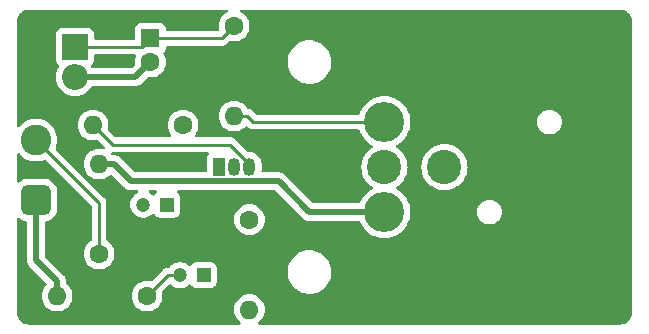
<source format=gbr>
%TF.GenerationSoftware,KiCad,Pcbnew,7.0.10*%
%TF.CreationDate,2024-01-29T12:38:23+01:00*%
%TF.ProjectId,01_taramapre,30315f74-6172-4616-9d61-7072652e6b69,rev?*%
%TF.SameCoordinates,Original*%
%TF.FileFunction,Copper,L1,Top*%
%TF.FilePolarity,Positive*%
%FSLAX46Y46*%
G04 Gerber Fmt 4.6, Leading zero omitted, Abs format (unit mm)*
G04 Created by KiCad (PCBNEW 7.0.10) date 2024-01-29 12:38:23*
%MOMM*%
%LPD*%
G01*
G04 APERTURE LIST*
G04 Aperture macros list*
%AMRoundRect*
0 Rectangle with rounded corners*
0 $1 Rounding radius*
0 $2 $3 $4 $5 $6 $7 $8 $9 X,Y pos of 4 corners*
0 Add a 4 corners polygon primitive as box body*
4,1,4,$2,$3,$4,$5,$6,$7,$8,$9,$2,$3,0*
0 Add four circle primitives for the rounded corners*
1,1,$1+$1,$2,$3*
1,1,$1+$1,$4,$5*
1,1,$1+$1,$6,$7*
1,1,$1+$1,$8,$9*
0 Add four rect primitives between the rounded corners*
20,1,$1+$1,$2,$3,$4,$5,0*
20,1,$1+$1,$4,$5,$6,$7,0*
20,1,$1+$1,$6,$7,$8,$9,0*
20,1,$1+$1,$8,$9,$2,$3,0*%
G04 Aperture macros list end*
%TA.AperFunction,ComponentPad*%
%ADD10C,3.400000*%
%TD*%
%TA.AperFunction,ComponentPad*%
%ADD11C,2.900000*%
%TD*%
%TA.AperFunction,ComponentPad*%
%ADD12RoundRect,0.650000X0.650000X-0.650000X0.650000X0.650000X-0.650000X0.650000X-0.650000X-0.650000X0*%
%TD*%
%TA.AperFunction,ComponentPad*%
%ADD13C,2.600000*%
%TD*%
%TA.AperFunction,ComponentPad*%
%ADD14C,1.600000*%
%TD*%
%TA.AperFunction,ComponentPad*%
%ADD15O,1.600000X1.600000*%
%TD*%
%TA.AperFunction,ComponentPad*%
%ADD16R,1.200000X1.200000*%
%TD*%
%TA.AperFunction,ComponentPad*%
%ADD17C,1.200000*%
%TD*%
%TA.AperFunction,ComponentPad*%
%ADD18R,1.600000X1.600000*%
%TD*%
%TA.AperFunction,ComponentPad*%
%ADD19R,1.050000X1.500000*%
%TD*%
%TA.AperFunction,ComponentPad*%
%ADD20O,1.050000X1.500000*%
%TD*%
%TA.AperFunction,ComponentPad*%
%ADD21R,2.200000X2.200000*%
%TD*%
%TA.AperFunction,ComponentPad*%
%ADD22O,2.200000X2.200000*%
%TD*%
%TA.AperFunction,Conductor*%
%ADD23C,0.250000*%
%TD*%
%TA.AperFunction,Conductor*%
%ADD24C,0.500000*%
%TD*%
G04 APERTURE END LIST*
D10*
%TO.P,J1,1*%
%TO.N,GND*%
X134620000Y-88900000D03*
%TO.P,J1,2*%
%TO.N,Net-(C2-Pad1)*%
X134620000Y-81280000D03*
D11*
%TO.P,J1,3*%
%TO.N,Net-(C3-Pad1)*%
X134620000Y-85090000D03*
%TO.P,J1,G*%
%TO.N,N/C*%
X139700000Y-85090000D03*
%TD*%
D12*
%TO.P,MK1,1,-*%
%TO.N,GND*%
X105124000Y-87884000D03*
D13*
%TO.P,MK1,2,+*%
%TO.N,Net-(MK1-+)*%
X105124000Y-82804000D03*
%TD*%
D14*
%TO.P,R5,1*%
%TO.N,Net-(D1-K)*%
X123190000Y-89535000D03*
D15*
%TO.P,R5,2*%
%TO.N,Net-(C3-Pad1)*%
X123190000Y-97155000D03*
%TD*%
D14*
%TO.P,R3,1*%
%TO.N,Net-(D1-K)*%
X117570000Y-81534000D03*
D15*
%TO.P,R3,2*%
%TO.N,Net-(Q1-D)*%
X109950000Y-81534000D03*
%TD*%
D16*
%TO.P,C2,1*%
%TO.N,Net-(C2-Pad1)*%
X116205000Y-88265000D03*
D17*
%TO.P,C2,2*%
%TO.N,Net-(Q1-D)*%
X114205000Y-88265000D03*
%TD*%
D18*
%TO.P,C1,1*%
%TO.N,Net-(D1-K)*%
X114808000Y-74200000D03*
D14*
%TO.P,C1,2*%
%TO.N,GND*%
X114808000Y-76200000D03*
%TD*%
D16*
%TO.P,C3,1*%
%TO.N,Net-(C3-Pad1)*%
X119304600Y-94234000D03*
D17*
%TO.P,C3,2*%
%TO.N,Net-(Q1-S)*%
X117304600Y-94234000D03*
%TD*%
D14*
%TO.P,R2,1*%
%TO.N,Net-(Q1-S)*%
X114522000Y-96012000D03*
D15*
%TO.P,R2,2*%
%TO.N,GND*%
X106902000Y-96012000D03*
%TD*%
D14*
%TO.P,R4,1*%
%TO.N,Net-(D1-K)*%
X121888000Y-73152000D03*
D15*
%TO.P,R4,2*%
%TO.N,Net-(C2-Pad1)*%
X121888000Y-80772000D03*
%TD*%
D14*
%TO.P,R1,1*%
%TO.N,Net-(MK1-+)*%
X110458000Y-92456000D03*
D15*
%TO.P,R1,2*%
%TO.N,GND*%
X110458000Y-84836000D03*
%TD*%
D19*
%TO.P,Q1,1,G*%
%TO.N,Net-(MK1-+)*%
X120650000Y-85090000D03*
D20*
%TO.P,Q1,2,S*%
%TO.N,Net-(Q1-S)*%
X121920000Y-85090000D03*
%TO.P,Q1,3,D*%
%TO.N,Net-(Q1-D)*%
X123190000Y-85090000D03*
%TD*%
D21*
%TO.P,D1,1,K*%
%TO.N,Net-(D1-K)*%
X108426000Y-74930000D03*
D22*
%TO.P,D1,2,A*%
%TO.N,GND*%
X108426000Y-77470000D03*
%TD*%
D23*
%TO.N,Net-(D1-K)*%
X108426000Y-74930000D02*
X114078000Y-74930000D01*
X114078000Y-74930000D02*
X114808000Y-74200000D01*
X114808000Y-74200000D02*
X120840000Y-74200000D01*
X120840000Y-74200000D02*
X121888000Y-73152000D01*
D24*
%TO.N,GND*%
X108426000Y-77470000D02*
X113538000Y-77470000D01*
X106902000Y-96012000D02*
X106902000Y-94760100D01*
X106902000Y-94760100D02*
X105124000Y-92982100D01*
X134620000Y-88900000D02*
X128270000Y-88900000D01*
X105124000Y-92982100D02*
X105124000Y-87884000D01*
X128270000Y-88900000D02*
X125661900Y-86291900D01*
X113538000Y-77470000D02*
X114808000Y-76200000D01*
X125661900Y-86291900D02*
X113165800Y-86291900D01*
X110458000Y-84836000D02*
X111709900Y-84836000D01*
X113165800Y-86291900D02*
X111709900Y-84836000D01*
D23*
%TO.N,Net-(C2-Pad1)*%
X123014900Y-80772000D02*
X121888000Y-80772000D01*
X123522900Y-81280000D02*
X123014900Y-80772000D01*
X134620000Y-81280000D02*
X123522900Y-81280000D01*
%TO.N,Net-(Q1-D)*%
X111601000Y-83185000D02*
X109950000Y-81534000D01*
X123190000Y-84865000D02*
X121510000Y-83185000D01*
X121510000Y-83185000D02*
X111601000Y-83185000D01*
X123190000Y-85090000D02*
X123190000Y-84865000D01*
%TO.N,Net-(Q1-S)*%
X117304600Y-94234000D02*
X116300000Y-94234000D01*
X116300000Y-94234000D02*
X114522000Y-96012000D01*
%TO.N,Net-(MK1-+)*%
X110458000Y-92456000D02*
X110458000Y-88138000D01*
X110458000Y-88138000D02*
X105124000Y-82804000D01*
%TD*%
%TA.AperFunction,NonConductor*%
G36*
X113545990Y-75575185D02*
G01*
X113591745Y-75627989D01*
X113601689Y-75697147D01*
X113591333Y-75731905D01*
X113581262Y-75753502D01*
X113581258Y-75753511D01*
X113522366Y-75973302D01*
X113522364Y-75973313D01*
X113502532Y-76199998D01*
X113502532Y-76200003D01*
X113517129Y-76366861D01*
X113503362Y-76435360D01*
X113481282Y-76465348D01*
X113263449Y-76683182D01*
X113202129Y-76716666D01*
X113175770Y-76719500D01*
X109912647Y-76719500D01*
X109845608Y-76699815D01*
X109806920Y-76660290D01*
X109775479Y-76608983D01*
X109757234Y-76541537D01*
X109778350Y-76474935D01*
X109806891Y-76444929D01*
X109883546Y-76387546D01*
X109969796Y-76272331D01*
X110020091Y-76137483D01*
X110026500Y-76077873D01*
X110026500Y-75679500D01*
X110046185Y-75612461D01*
X110098989Y-75566706D01*
X110150500Y-75555500D01*
X113478951Y-75555500D01*
X113545990Y-75575185D01*
G37*
%TD.AperFunction*%
%TA.AperFunction,NonConductor*%
G36*
X121314343Y-71774685D02*
G01*
X121360098Y-71827489D01*
X121370042Y-71896647D01*
X121341017Y-71960203D01*
X121299710Y-71991380D01*
X121269712Y-72005369D01*
X121235267Y-72021431D01*
X121235265Y-72021432D01*
X121048858Y-72151954D01*
X120887954Y-72312858D01*
X120757432Y-72499265D01*
X120757431Y-72499267D01*
X120661261Y-72705502D01*
X120661258Y-72705511D01*
X120602366Y-72925302D01*
X120602364Y-72925313D01*
X120592116Y-73042452D01*
X120582532Y-73152000D01*
X120602364Y-73378686D01*
X120602365Y-73378691D01*
X120602366Y-73378697D01*
X120613006Y-73418408D01*
X120611343Y-73488258D01*
X120572179Y-73546120D01*
X120507950Y-73573623D01*
X120493231Y-73574500D01*
X116232499Y-73574500D01*
X116165460Y-73554815D01*
X116119705Y-73502011D01*
X116108499Y-73450500D01*
X116108499Y-73352129D01*
X116108498Y-73352123D01*
X116108497Y-73352116D01*
X116102091Y-73292517D01*
X116051796Y-73157669D01*
X116051795Y-73157668D01*
X116051793Y-73157664D01*
X115965547Y-73042455D01*
X115965544Y-73042452D01*
X115850335Y-72956206D01*
X115850328Y-72956202D01*
X115715482Y-72905908D01*
X115715483Y-72905908D01*
X115655883Y-72899501D01*
X115655881Y-72899500D01*
X115655873Y-72899500D01*
X115655864Y-72899500D01*
X113960129Y-72899500D01*
X113960123Y-72899501D01*
X113900516Y-72905908D01*
X113765671Y-72956202D01*
X113765664Y-72956206D01*
X113650455Y-73042452D01*
X113650452Y-73042455D01*
X113564206Y-73157664D01*
X113564202Y-73157671D01*
X113513908Y-73292517D01*
X113507501Y-73352116D01*
X113507500Y-73352127D01*
X113507500Y-73804734D01*
X113507501Y-74180500D01*
X113487817Y-74247539D01*
X113435013Y-74293294D01*
X113383501Y-74304500D01*
X110150499Y-74304500D01*
X110083460Y-74284815D01*
X110037705Y-74232011D01*
X110026499Y-74180500D01*
X110026499Y-73782129D01*
X110026498Y-73782123D01*
X110026497Y-73782116D01*
X110020091Y-73722517D01*
X109969796Y-73587669D01*
X109969795Y-73587668D01*
X109969793Y-73587664D01*
X109883547Y-73472455D01*
X109883544Y-73472452D01*
X109768335Y-73386206D01*
X109768328Y-73386202D01*
X109633482Y-73335908D01*
X109633483Y-73335908D01*
X109573883Y-73329501D01*
X109573881Y-73329500D01*
X109573873Y-73329500D01*
X109573864Y-73329500D01*
X107278129Y-73329500D01*
X107278123Y-73329501D01*
X107218516Y-73335908D01*
X107083671Y-73386202D01*
X107083664Y-73386206D01*
X106968455Y-73472452D01*
X106968452Y-73472455D01*
X106882206Y-73587664D01*
X106882202Y-73587671D01*
X106831908Y-73722517D01*
X106825501Y-73782116D01*
X106825501Y-73782123D01*
X106825500Y-73782135D01*
X106825500Y-76077870D01*
X106825501Y-76077876D01*
X106831908Y-76137483D01*
X106882202Y-76272328D01*
X106882206Y-76272335D01*
X106968452Y-76387544D01*
X106968455Y-76387547D01*
X107045104Y-76444927D01*
X107086975Y-76500861D01*
X107091959Y-76570552D01*
X107076520Y-76608983D01*
X106995533Y-76741140D01*
X106899126Y-76973889D01*
X106840317Y-77218848D01*
X106820551Y-77470000D01*
X106840317Y-77721151D01*
X106899126Y-77966110D01*
X106995533Y-78198859D01*
X107127160Y-78413653D01*
X107127161Y-78413656D01*
X107127164Y-78413659D01*
X107290776Y-78605224D01*
X107439066Y-78731875D01*
X107482343Y-78768838D01*
X107482346Y-78768839D01*
X107697140Y-78900466D01*
X107929889Y-78996873D01*
X108174852Y-79055683D01*
X108426000Y-79075449D01*
X108677148Y-79055683D01*
X108922111Y-78996873D01*
X109154859Y-78900466D01*
X109369659Y-78768836D01*
X109561224Y-78605224D01*
X109724836Y-78413659D01*
X109806920Y-78279710D01*
X109858731Y-78232835D01*
X109912647Y-78220500D01*
X113474295Y-78220500D01*
X113492265Y-78221809D01*
X113516023Y-78225289D01*
X113565369Y-78220971D01*
X113576176Y-78220500D01*
X113581704Y-78220500D01*
X113581709Y-78220500D01*
X113612556Y-78216893D01*
X113616030Y-78216539D01*
X113690797Y-78209999D01*
X113690805Y-78209996D01*
X113697866Y-78208539D01*
X113697878Y-78208598D01*
X113705243Y-78206965D01*
X113705229Y-78206906D01*
X113712249Y-78205241D01*
X113712255Y-78205241D01*
X113782779Y-78179572D01*
X113786117Y-78178412D01*
X113857334Y-78154814D01*
X113857342Y-78154808D01*
X113863882Y-78151760D01*
X113863908Y-78151816D01*
X113870690Y-78148532D01*
X113870663Y-78148478D01*
X113877113Y-78145238D01*
X113877117Y-78145237D01*
X113939837Y-78103984D01*
X113942732Y-78102140D01*
X114006656Y-78062712D01*
X114006662Y-78062705D01*
X114012325Y-78058229D01*
X114012362Y-78058277D01*
X114018204Y-78053518D01*
X114018164Y-78053471D01*
X114023686Y-78048835D01*
X114023696Y-78048830D01*
X114075185Y-77994253D01*
X114077632Y-77991734D01*
X114542652Y-77526714D01*
X114603973Y-77493231D01*
X114641135Y-77490869D01*
X114784366Y-77503400D01*
X114807999Y-77505468D01*
X114808000Y-77505468D01*
X114808002Y-77505468D01*
X114864673Y-77500509D01*
X115034692Y-77485635D01*
X115254496Y-77426739D01*
X115460734Y-77330568D01*
X115647139Y-77200047D01*
X115808047Y-77039139D01*
X115938568Y-76852734D01*
X116034739Y-76646496D01*
X116093635Y-76426692D01*
X116107539Y-76267763D01*
X126415787Y-76267763D01*
X126445413Y-76537013D01*
X126445415Y-76537024D01*
X126513926Y-76799082D01*
X126513928Y-76799088D01*
X126619870Y-77048390D01*
X126723902Y-77218852D01*
X126760979Y-77279605D01*
X126760986Y-77279615D01*
X126934253Y-77487819D01*
X126934259Y-77487824D01*
X127039240Y-77581887D01*
X127135998Y-77668582D01*
X127361910Y-77818044D01*
X127607176Y-77933020D01*
X127607183Y-77933022D01*
X127607185Y-77933023D01*
X127866557Y-78011057D01*
X127866564Y-78011058D01*
X127866569Y-78011060D01*
X128134561Y-78050500D01*
X128134566Y-78050500D01*
X128337629Y-78050500D01*
X128337631Y-78050500D01*
X128337636Y-78050499D01*
X128337648Y-78050499D01*
X128375191Y-78047750D01*
X128540156Y-78035677D01*
X128652758Y-78010593D01*
X128804546Y-77976782D01*
X128804548Y-77976781D01*
X128804553Y-77976780D01*
X129057558Y-77880014D01*
X129293777Y-77747441D01*
X129508177Y-77581888D01*
X129696186Y-77386881D01*
X129853799Y-77166579D01*
X129952868Y-76973889D01*
X129977649Y-76925690D01*
X129977651Y-76925684D01*
X129977656Y-76925675D01*
X130065118Y-76669305D01*
X130114319Y-76402933D01*
X130124212Y-76132235D01*
X130094586Y-75862982D01*
X130026072Y-75600912D01*
X129920130Y-75351610D01*
X129779018Y-75120390D01*
X129768276Y-75107482D01*
X129605746Y-74912180D01*
X129605740Y-74912175D01*
X129404002Y-74731418D01*
X129178092Y-74581957D01*
X129178090Y-74581956D01*
X128932824Y-74466980D01*
X128932819Y-74466978D01*
X128932814Y-74466976D01*
X128673442Y-74388942D01*
X128673428Y-74388939D01*
X128557791Y-74371921D01*
X128405439Y-74349500D01*
X128202369Y-74349500D01*
X128202351Y-74349500D01*
X127999844Y-74364323D01*
X127999831Y-74364325D01*
X127735453Y-74423217D01*
X127735446Y-74423220D01*
X127482439Y-74519987D01*
X127246226Y-74652557D01*
X127246224Y-74652558D01*
X127246223Y-74652559D01*
X127187154Y-74698170D01*
X127031822Y-74818112D01*
X126843822Y-75013109D01*
X126843816Y-75013116D01*
X126686202Y-75233419D01*
X126686199Y-75233424D01*
X126562350Y-75474309D01*
X126562343Y-75474327D01*
X126474884Y-75730685D01*
X126474881Y-75730699D01*
X126450449Y-75862975D01*
X126430070Y-75973308D01*
X126425681Y-75997068D01*
X126425680Y-75997075D01*
X126415787Y-76267763D01*
X116107539Y-76267763D01*
X116113468Y-76200000D01*
X116093635Y-75973308D01*
X116034739Y-75753504D01*
X115938568Y-75547266D01*
X115929589Y-75534442D01*
X115907262Y-75468235D01*
X115924273Y-75400468D01*
X115956855Y-75364051D01*
X115965546Y-75357546D01*
X116051796Y-75242331D01*
X116102091Y-75107483D01*
X116108500Y-75047873D01*
X116108500Y-74949500D01*
X116128185Y-74882461D01*
X116180989Y-74836706D01*
X116232500Y-74825500D01*
X120757257Y-74825500D01*
X120772877Y-74827224D01*
X120772904Y-74826939D01*
X120780660Y-74827671D01*
X120780667Y-74827673D01*
X120847873Y-74825561D01*
X120851768Y-74825500D01*
X120879346Y-74825500D01*
X120879350Y-74825500D01*
X120883324Y-74824997D01*
X120894963Y-74824080D01*
X120938627Y-74822709D01*
X120957869Y-74817117D01*
X120976912Y-74813174D01*
X120996792Y-74810664D01*
X121037401Y-74794585D01*
X121048444Y-74790803D01*
X121090390Y-74778618D01*
X121107629Y-74768422D01*
X121125103Y-74759862D01*
X121143727Y-74752488D01*
X121143727Y-74752487D01*
X121143732Y-74752486D01*
X121179083Y-74726800D01*
X121188814Y-74720408D01*
X121226420Y-74698170D01*
X121240589Y-74683999D01*
X121255379Y-74671368D01*
X121271587Y-74659594D01*
X121299438Y-74625926D01*
X121307279Y-74617309D01*
X121473179Y-74451409D01*
X121534499Y-74417927D01*
X121592947Y-74419317D01*
X121661308Y-74437635D01*
X121818780Y-74451412D01*
X121887998Y-74457468D01*
X121888000Y-74457468D01*
X121888002Y-74457468D01*
X121957220Y-74451412D01*
X122114692Y-74437635D01*
X122334496Y-74378739D01*
X122540734Y-74282568D01*
X122727139Y-74152047D01*
X122888047Y-73991139D01*
X123018568Y-73804734D01*
X123114739Y-73598496D01*
X123173635Y-73378692D01*
X123192972Y-73157669D01*
X123193468Y-73152001D01*
X123193468Y-73151998D01*
X123173635Y-72925313D01*
X123173635Y-72925308D01*
X123114739Y-72705504D01*
X123018568Y-72499266D01*
X122888047Y-72312861D01*
X122888045Y-72312858D01*
X122727141Y-72151954D01*
X122540734Y-72021432D01*
X122540732Y-72021431D01*
X122532572Y-72017626D01*
X122476289Y-71991381D01*
X122423852Y-71945210D01*
X122404700Y-71878016D01*
X122424916Y-71811135D01*
X122478081Y-71765801D01*
X122528696Y-71755000D01*
X154568907Y-71755000D01*
X154581061Y-71755597D01*
X154757941Y-71773018D01*
X154781769Y-71777757D01*
X154946001Y-71827576D01*
X154968453Y-71836877D01*
X155119798Y-71917772D01*
X155140010Y-71931277D01*
X155272666Y-72040145D01*
X155289854Y-72057333D01*
X155398722Y-72189989D01*
X155412227Y-72210201D01*
X155493121Y-72361543D01*
X155502424Y-72384001D01*
X155552240Y-72548224D01*
X155556982Y-72572065D01*
X155574403Y-72748938D01*
X155575000Y-72761092D01*
X155575000Y-97418907D01*
X155574403Y-97431061D01*
X155556982Y-97607934D01*
X155552240Y-97631775D01*
X155502424Y-97795998D01*
X155493121Y-97818456D01*
X155412227Y-97969798D01*
X155398722Y-97990010D01*
X155289854Y-98122666D01*
X155272666Y-98139854D01*
X155140010Y-98248722D01*
X155119798Y-98262227D01*
X154968456Y-98343121D01*
X154945998Y-98352424D01*
X154781775Y-98402240D01*
X154757934Y-98406982D01*
X154581061Y-98424403D01*
X154568907Y-98425000D01*
X124036883Y-98425000D01*
X123969844Y-98405315D01*
X123924089Y-98352511D01*
X123914145Y-98283353D01*
X123943170Y-98219797D01*
X123965760Y-98199425D01*
X124029139Y-98155047D01*
X124190047Y-97994139D01*
X124320568Y-97807734D01*
X124416739Y-97601496D01*
X124475635Y-97381692D01*
X124495468Y-97155000D01*
X124475635Y-96928308D01*
X124416739Y-96708504D01*
X124320568Y-96502266D01*
X124190047Y-96315861D01*
X124190045Y-96315858D01*
X124029141Y-96154954D01*
X123842734Y-96024432D01*
X123842732Y-96024431D01*
X123636497Y-95928261D01*
X123636488Y-95928258D01*
X123416697Y-95869366D01*
X123416693Y-95869365D01*
X123416692Y-95869365D01*
X123416691Y-95869364D01*
X123416686Y-95869364D01*
X123190002Y-95849532D01*
X123189998Y-95849532D01*
X122963313Y-95869364D01*
X122963302Y-95869366D01*
X122743511Y-95928258D01*
X122743502Y-95928261D01*
X122537267Y-96024431D01*
X122537265Y-96024432D01*
X122350858Y-96154954D01*
X122189954Y-96315858D01*
X122059432Y-96502265D01*
X122059431Y-96502267D01*
X121963261Y-96708502D01*
X121963258Y-96708511D01*
X121904366Y-96928302D01*
X121904364Y-96928313D01*
X121884532Y-97154998D01*
X121884532Y-97155001D01*
X121904364Y-97381686D01*
X121904366Y-97381697D01*
X121963258Y-97601488D01*
X121963261Y-97601497D01*
X122059431Y-97807732D01*
X122059432Y-97807734D01*
X122189954Y-97994141D01*
X122350858Y-98155045D01*
X122414240Y-98199425D01*
X122457865Y-98254001D01*
X122465059Y-98323499D01*
X122433537Y-98385854D01*
X122373307Y-98421269D01*
X122343117Y-98425000D01*
X104511093Y-98425000D01*
X104498939Y-98424403D01*
X104322065Y-98406982D01*
X104298224Y-98402240D01*
X104134001Y-98352424D01*
X104111543Y-98343121D01*
X103960201Y-98262227D01*
X103939989Y-98248722D01*
X103807333Y-98139854D01*
X103790145Y-98122666D01*
X103681277Y-97990010D01*
X103667772Y-97969798D01*
X103586878Y-97818456D01*
X103577575Y-97795998D01*
X103527757Y-97631769D01*
X103523018Y-97607941D01*
X103505597Y-97431061D01*
X103505000Y-97418907D01*
X103505000Y-89491415D01*
X103524685Y-89424376D01*
X103577489Y-89378621D01*
X103646647Y-89368677D01*
X103710203Y-89397702D01*
X103716683Y-89403736D01*
X103735853Y-89422907D01*
X103735858Y-89422911D01*
X103911763Y-89543409D01*
X104106815Y-89629532D01*
X104106821Y-89629533D01*
X104106823Y-89629534D01*
X104277890Y-89669769D01*
X104338642Y-89704279D01*
X104371092Y-89766156D01*
X104373500Y-89790475D01*
X104373500Y-92918394D01*
X104372191Y-92936363D01*
X104368710Y-92960125D01*
X104373028Y-93009468D01*
X104373500Y-93020276D01*
X104373500Y-93025811D01*
X104377098Y-93056595D01*
X104377464Y-93060183D01*
X104384000Y-93134891D01*
X104385461Y-93141967D01*
X104385403Y-93141978D01*
X104387034Y-93149337D01*
X104387092Y-93149324D01*
X104388757Y-93156349D01*
X104388758Y-93156354D01*
X104388759Y-93156355D01*
X104401079Y-93190206D01*
X104414400Y-93226805D01*
X104415582Y-93230207D01*
X104439182Y-93301426D01*
X104442236Y-93307974D01*
X104442182Y-93307998D01*
X104445470Y-93314788D01*
X104445521Y-93314763D01*
X104448761Y-93321214D01*
X104489979Y-93383884D01*
X104491889Y-93386882D01*
X104522102Y-93435864D01*
X104531289Y-93450758D01*
X104535766Y-93456419D01*
X104535719Y-93456456D01*
X104540482Y-93462302D01*
X104540528Y-93462264D01*
X104545173Y-93467799D01*
X104599707Y-93519249D01*
X104602295Y-93521763D01*
X105989991Y-94909459D01*
X106023476Y-94970782D01*
X106018492Y-95040474D01*
X105989992Y-95084821D01*
X105901951Y-95172862D01*
X105771432Y-95359265D01*
X105771431Y-95359267D01*
X105675261Y-95565502D01*
X105675258Y-95565511D01*
X105616366Y-95785302D01*
X105616364Y-95785313D01*
X105596532Y-96011998D01*
X105596532Y-96012001D01*
X105616364Y-96238686D01*
X105616366Y-96238697D01*
X105675258Y-96458488D01*
X105675261Y-96458497D01*
X105771431Y-96664732D01*
X105771432Y-96664734D01*
X105901954Y-96851141D01*
X106062858Y-97012045D01*
X106062861Y-97012047D01*
X106249266Y-97142568D01*
X106455504Y-97238739D01*
X106675308Y-97297635D01*
X106837230Y-97311801D01*
X106901998Y-97317468D01*
X106902000Y-97317468D01*
X106902002Y-97317468D01*
X106958673Y-97312509D01*
X107128692Y-97297635D01*
X107348496Y-97238739D01*
X107554734Y-97142568D01*
X107741139Y-97012047D01*
X107902047Y-96851139D01*
X108032568Y-96664734D01*
X108128739Y-96458496D01*
X108187635Y-96238692D01*
X108207468Y-96012001D01*
X113216532Y-96012001D01*
X113236364Y-96238686D01*
X113236366Y-96238697D01*
X113295258Y-96458488D01*
X113295261Y-96458497D01*
X113391431Y-96664732D01*
X113391432Y-96664734D01*
X113521954Y-96851141D01*
X113682858Y-97012045D01*
X113682861Y-97012047D01*
X113869266Y-97142568D01*
X114075504Y-97238739D01*
X114295308Y-97297635D01*
X114457230Y-97311801D01*
X114521998Y-97317468D01*
X114522000Y-97317468D01*
X114522002Y-97317468D01*
X114578673Y-97312509D01*
X114748692Y-97297635D01*
X114968496Y-97238739D01*
X115174734Y-97142568D01*
X115361139Y-97012047D01*
X115522047Y-96851139D01*
X115652568Y-96664734D01*
X115748739Y-96458496D01*
X115807635Y-96238692D01*
X115827468Y-96012000D01*
X115807635Y-95785308D01*
X115789318Y-95716947D01*
X115790981Y-95647101D01*
X115821410Y-95597178D01*
X116379098Y-95039490D01*
X116440419Y-95006007D01*
X116510111Y-95010991D01*
X116550314Y-95035535D01*
X116554654Y-95039492D01*
X116638558Y-95115980D01*
X116638560Y-95115982D01*
X116730425Y-95172862D01*
X116811963Y-95223348D01*
X117002144Y-95297024D01*
X117202624Y-95334500D01*
X117202626Y-95334500D01*
X117406574Y-95334500D01*
X117406576Y-95334500D01*
X117607056Y-95297024D01*
X117797237Y-95223348D01*
X117970641Y-95115981D01*
X118062617Y-95032133D01*
X118125418Y-95001518D01*
X118194805Y-95009715D01*
X118248746Y-95054125D01*
X118256273Y-95068698D01*
X118256553Y-95068546D01*
X118260806Y-95076335D01*
X118347052Y-95191544D01*
X118347055Y-95191547D01*
X118462264Y-95277793D01*
X118462271Y-95277797D01*
X118597117Y-95328091D01*
X118597116Y-95328091D01*
X118604044Y-95328835D01*
X118656727Y-95334500D01*
X119952472Y-95334499D01*
X120012083Y-95328091D01*
X120146931Y-95277796D01*
X120262146Y-95191546D01*
X120348396Y-95076331D01*
X120398691Y-94941483D01*
X120405100Y-94881873D01*
X120405099Y-94047763D01*
X126415787Y-94047763D01*
X126445413Y-94317013D01*
X126445415Y-94317024D01*
X126496380Y-94511967D01*
X126513928Y-94579088D01*
X126619870Y-94828390D01*
X126757635Y-95054125D01*
X126760979Y-95059605D01*
X126760986Y-95059615D01*
X126934253Y-95267819D01*
X126934259Y-95267824D01*
X127036314Y-95359265D01*
X127135998Y-95448582D01*
X127361910Y-95598044D01*
X127607176Y-95713020D01*
X127607183Y-95713022D01*
X127607185Y-95713023D01*
X127866557Y-95791057D01*
X127866564Y-95791058D01*
X127866569Y-95791060D01*
X128134561Y-95830500D01*
X128134566Y-95830500D01*
X128337629Y-95830500D01*
X128337631Y-95830500D01*
X128337636Y-95830499D01*
X128337648Y-95830499D01*
X128375191Y-95827750D01*
X128540156Y-95815677D01*
X128652758Y-95790593D01*
X128804546Y-95756782D01*
X128804548Y-95756781D01*
X128804553Y-95756780D01*
X129057558Y-95660014D01*
X129293777Y-95527441D01*
X129508177Y-95361888D01*
X129696186Y-95166881D01*
X129853799Y-94946579D01*
X129956887Y-94746071D01*
X129977649Y-94705690D01*
X129977651Y-94705684D01*
X129977656Y-94705675D01*
X130065118Y-94449305D01*
X130114319Y-94182933D01*
X130124212Y-93912235D01*
X130094586Y-93642982D01*
X130026072Y-93380912D01*
X129920130Y-93131610D01*
X129779018Y-92900390D01*
X129689747Y-92793119D01*
X129605746Y-92692180D01*
X129605740Y-92692175D01*
X129404002Y-92511418D01*
X129178092Y-92361957D01*
X129178090Y-92361956D01*
X128932824Y-92246980D01*
X128932819Y-92246978D01*
X128932814Y-92246976D01*
X128673442Y-92168942D01*
X128673428Y-92168939D01*
X128557791Y-92151921D01*
X128405439Y-92129500D01*
X128202369Y-92129500D01*
X128202351Y-92129500D01*
X127999844Y-92144323D01*
X127999831Y-92144325D01*
X127735453Y-92203217D01*
X127735446Y-92203220D01*
X127482439Y-92299987D01*
X127246226Y-92432557D01*
X127246224Y-92432558D01*
X127246223Y-92432559D01*
X127183893Y-92480688D01*
X127031822Y-92598112D01*
X126843822Y-92793109D01*
X126843816Y-92793116D01*
X126686202Y-93013419D01*
X126686199Y-93013424D01*
X126562350Y-93254309D01*
X126562343Y-93254327D01*
X126474884Y-93510685D01*
X126474881Y-93510699D01*
X126466203Y-93557684D01*
X126426173Y-93774407D01*
X126425681Y-93777068D01*
X126425680Y-93777075D01*
X126415787Y-94047763D01*
X120405099Y-94047763D01*
X120405099Y-93586128D01*
X120398691Y-93526517D01*
X120396441Y-93520485D01*
X120348397Y-93391671D01*
X120348393Y-93391664D01*
X120262147Y-93276455D01*
X120262144Y-93276452D01*
X120146935Y-93190206D01*
X120146928Y-93190202D01*
X120012082Y-93139908D01*
X120012083Y-93139908D01*
X119952483Y-93133501D01*
X119952481Y-93133500D01*
X119952473Y-93133500D01*
X119952464Y-93133500D01*
X118656729Y-93133500D01*
X118656723Y-93133501D01*
X118597116Y-93139908D01*
X118462271Y-93190202D01*
X118462264Y-93190206D01*
X118347055Y-93276452D01*
X118347052Y-93276455D01*
X118260806Y-93391664D01*
X118256553Y-93399454D01*
X118254341Y-93398246D01*
X118220440Y-93443511D01*
X118154970Y-93467913D01*
X118086701Y-93453045D01*
X118062615Y-93435864D01*
X117970641Y-93352019D01*
X117970639Y-93352017D01*
X117797242Y-93244655D01*
X117797235Y-93244651D01*
X117702146Y-93207814D01*
X117607056Y-93170976D01*
X117406576Y-93133500D01*
X117202624Y-93133500D01*
X117002144Y-93170976D01*
X117002141Y-93170976D01*
X117002141Y-93170977D01*
X116811964Y-93244651D01*
X116811957Y-93244655D01*
X116638560Y-93352017D01*
X116638558Y-93352019D01*
X116487836Y-93489419D01*
X116436285Y-93557684D01*
X116380176Y-93599319D01*
X116341228Y-93606895D01*
X116294741Y-93608356D01*
X116292111Y-93608439D01*
X116288219Y-93608500D01*
X116260650Y-93608500D01*
X116256673Y-93609002D01*
X116245042Y-93609917D01*
X116201374Y-93611289D01*
X116201368Y-93611290D01*
X116182126Y-93616880D01*
X116163087Y-93620823D01*
X116143217Y-93623334D01*
X116143203Y-93623337D01*
X116102598Y-93639413D01*
X116091554Y-93643194D01*
X116049614Y-93655379D01*
X116049610Y-93655381D01*
X116032366Y-93665579D01*
X116014905Y-93674133D01*
X115996274Y-93681510D01*
X115996262Y-93681517D01*
X115960933Y-93707185D01*
X115951173Y-93713596D01*
X115913580Y-93735829D01*
X115899414Y-93749995D01*
X115884624Y-93762627D01*
X115868414Y-93774404D01*
X115868411Y-93774407D01*
X115840573Y-93808058D01*
X115832711Y-93816697D01*
X114936821Y-94712586D01*
X114875498Y-94746071D01*
X114817048Y-94744680D01*
X114748697Y-94726366D01*
X114748693Y-94726365D01*
X114748692Y-94726365D01*
X114634643Y-94716387D01*
X114522001Y-94706532D01*
X114521998Y-94706532D01*
X114295313Y-94726364D01*
X114295302Y-94726366D01*
X114075511Y-94785258D01*
X114075502Y-94785261D01*
X113869267Y-94881431D01*
X113869265Y-94881432D01*
X113682858Y-95011954D01*
X113521954Y-95172858D01*
X113391432Y-95359265D01*
X113391431Y-95359267D01*
X113295261Y-95565502D01*
X113295258Y-95565511D01*
X113236366Y-95785302D01*
X113236364Y-95785313D01*
X113216532Y-96011998D01*
X113216532Y-96012001D01*
X108207468Y-96012001D01*
X108207468Y-96012000D01*
X108187635Y-95785308D01*
X108137458Y-95598044D01*
X108128741Y-95565511D01*
X108128738Y-95565502D01*
X108074217Y-95448582D01*
X108032568Y-95359266D01*
X107902047Y-95172861D01*
X107741139Y-95011953D01*
X107732647Y-95006007D01*
X107705375Y-94986910D01*
X107661751Y-94932332D01*
X107652500Y-94885336D01*
X107652500Y-94823805D01*
X107653809Y-94805835D01*
X107654129Y-94803647D01*
X107657289Y-94782077D01*
X107655638Y-94763209D01*
X107652972Y-94732730D01*
X107652500Y-94721922D01*
X107652500Y-94716396D01*
X107652500Y-94716391D01*
X107648901Y-94685609D01*
X107648536Y-94682029D01*
X107641999Y-94607301D01*
X107640539Y-94600229D01*
X107640597Y-94600216D01*
X107638965Y-94592857D01*
X107638906Y-94592872D01*
X107637241Y-94585851D01*
X107637241Y-94585845D01*
X107611569Y-94515312D01*
X107610421Y-94512009D01*
X107586814Y-94440766D01*
X107586810Y-94440759D01*
X107583760Y-94434218D01*
X107583815Y-94434191D01*
X107580533Y-94427413D01*
X107580480Y-94427440D01*
X107577235Y-94420980D01*
X107536025Y-94358323D01*
X107534086Y-94355281D01*
X107494710Y-94291442D01*
X107490234Y-94285782D01*
X107490281Y-94285744D01*
X107485519Y-94279899D01*
X107485474Y-94279938D01*
X107480831Y-94274405D01*
X107426273Y-94222932D01*
X107423686Y-94220419D01*
X105910819Y-92707551D01*
X105877334Y-92646228D01*
X105874500Y-92619870D01*
X105874500Y-89790475D01*
X105894185Y-89723436D01*
X105946989Y-89677681D01*
X105970110Y-89669769D01*
X106127358Y-89632784D01*
X106141185Y-89629532D01*
X106336237Y-89543409D01*
X106512142Y-89422911D01*
X106662911Y-89272142D01*
X106783409Y-89096237D01*
X106869532Y-88901185D01*
X106882318Y-88846821D01*
X106918347Y-88693640D01*
X106918347Y-88693636D01*
X106918349Y-88693630D01*
X106924500Y-88605012D01*
X106924500Y-87162988D01*
X106924448Y-87162244D01*
X106921161Y-87114889D01*
X106918349Y-87074370D01*
X106918347Y-87074364D01*
X106918347Y-87074359D01*
X106869534Y-86866823D01*
X106869532Y-86866817D01*
X106869532Y-86866815D01*
X106783409Y-86671763D01*
X106662911Y-86495858D01*
X106662906Y-86495852D01*
X106512147Y-86345093D01*
X106512141Y-86345088D01*
X106336238Y-86224592D01*
X106336239Y-86224592D01*
X106336237Y-86224591D01*
X106141185Y-86138468D01*
X106141183Y-86138467D01*
X106141182Y-86138467D01*
X106141176Y-86138465D01*
X105933640Y-86089652D01*
X105933624Y-86089650D01*
X105845016Y-86083500D01*
X105845012Y-86083500D01*
X104402988Y-86083500D01*
X104402984Y-86083500D01*
X104314375Y-86089650D01*
X104314359Y-86089652D01*
X104106823Y-86138465D01*
X104106817Y-86138467D01*
X103911761Y-86224592D01*
X103735858Y-86345088D01*
X103735852Y-86345093D01*
X103716681Y-86364265D01*
X103655358Y-86397750D01*
X103585666Y-86392766D01*
X103529733Y-86350894D01*
X103505316Y-86285430D01*
X103505000Y-86276584D01*
X103505000Y-84015987D01*
X103524685Y-83948948D01*
X103577489Y-83903193D01*
X103646647Y-83893249D01*
X103710203Y-83922274D01*
X103725940Y-83938667D01*
X103772349Y-83996861D01*
X103800442Y-84032089D01*
X103973745Y-84192889D01*
X103998259Y-84215635D01*
X104221226Y-84367651D01*
X104464359Y-84484738D01*
X104722228Y-84564280D01*
X104722229Y-84564280D01*
X104722232Y-84564281D01*
X104989063Y-84604499D01*
X104989068Y-84604499D01*
X104989071Y-84604500D01*
X104989072Y-84604500D01*
X105258928Y-84604500D01*
X105258929Y-84604500D01*
X105258936Y-84604499D01*
X105525767Y-84564281D01*
X105525768Y-84564280D01*
X105525772Y-84564280D01*
X105783641Y-84484738D01*
X105796503Y-84478543D01*
X105865442Y-84467188D01*
X105929578Y-84494907D01*
X105937990Y-84502580D01*
X109796181Y-88360771D01*
X109829666Y-88422094D01*
X109832500Y-88448452D01*
X109832500Y-91241811D01*
X109812815Y-91308850D01*
X109779623Y-91343386D01*
X109618859Y-91455953D01*
X109457954Y-91616858D01*
X109327432Y-91803265D01*
X109327431Y-91803267D01*
X109231261Y-92009502D01*
X109231258Y-92009511D01*
X109172366Y-92229302D01*
X109172364Y-92229313D01*
X109152532Y-92455998D01*
X109152532Y-92456001D01*
X109172364Y-92682686D01*
X109172366Y-92682697D01*
X109231258Y-92902488D01*
X109231261Y-92902497D01*
X109327431Y-93108732D01*
X109327432Y-93108734D01*
X109457954Y-93295141D01*
X109618858Y-93456045D01*
X109665693Y-93488839D01*
X109805266Y-93586568D01*
X110011504Y-93682739D01*
X110231308Y-93741635D01*
X110393230Y-93755801D01*
X110457998Y-93761468D01*
X110458000Y-93761468D01*
X110458002Y-93761468D01*
X110514673Y-93756509D01*
X110684692Y-93741635D01*
X110904496Y-93682739D01*
X111110734Y-93586568D01*
X111297139Y-93456047D01*
X111458047Y-93295139D01*
X111588568Y-93108734D01*
X111684739Y-92902496D01*
X111743635Y-92682692D01*
X111763468Y-92456000D01*
X111743635Y-92229308D01*
X111684739Y-92009504D01*
X111588568Y-91803266D01*
X111458047Y-91616861D01*
X111458045Y-91616858D01*
X111297140Y-91455953D01*
X111136377Y-91343386D01*
X111092752Y-91288809D01*
X111083500Y-91241811D01*
X111083500Y-89535001D01*
X121884532Y-89535001D01*
X121904364Y-89761686D01*
X121904366Y-89761697D01*
X121963258Y-89981488D01*
X121963261Y-89981497D01*
X122059431Y-90187732D01*
X122059432Y-90187734D01*
X122189954Y-90374141D01*
X122350858Y-90535045D01*
X122350861Y-90535047D01*
X122537266Y-90665568D01*
X122743504Y-90761739D01*
X122963308Y-90820635D01*
X123125230Y-90834801D01*
X123189998Y-90840468D01*
X123190000Y-90840468D01*
X123190002Y-90840468D01*
X123246673Y-90835509D01*
X123416692Y-90820635D01*
X123636496Y-90761739D01*
X123842734Y-90665568D01*
X124029139Y-90535047D01*
X124190047Y-90374139D01*
X124320568Y-90187734D01*
X124416739Y-89981496D01*
X124475635Y-89761692D01*
X124494732Y-89543409D01*
X124495468Y-89535001D01*
X124495468Y-89534998D01*
X124482400Y-89385634D01*
X124475635Y-89308308D01*
X124421409Y-89105932D01*
X124416741Y-89088511D01*
X124416738Y-89088502D01*
X124362637Y-88972483D01*
X124320568Y-88882266D01*
X124190047Y-88695861D01*
X124190045Y-88695858D01*
X124029141Y-88534954D01*
X123842734Y-88404432D01*
X123842732Y-88404431D01*
X123636497Y-88308261D01*
X123636488Y-88308258D01*
X123416697Y-88249366D01*
X123416693Y-88249365D01*
X123416692Y-88249365D01*
X123416691Y-88249364D01*
X123416686Y-88249364D01*
X123190002Y-88229532D01*
X123189998Y-88229532D01*
X122963313Y-88249364D01*
X122963302Y-88249366D01*
X122743511Y-88308258D01*
X122743502Y-88308261D01*
X122537267Y-88404431D01*
X122537265Y-88404432D01*
X122350858Y-88534954D01*
X122189954Y-88695858D01*
X122059432Y-88882265D01*
X122059431Y-88882267D01*
X121963261Y-89088502D01*
X121963258Y-89088511D01*
X121904366Y-89308302D01*
X121904364Y-89308313D01*
X121884532Y-89534998D01*
X121884532Y-89535001D01*
X111083500Y-89535001D01*
X111083500Y-88220738D01*
X111085224Y-88205124D01*
X111084938Y-88205097D01*
X111085672Y-88197334D01*
X111083561Y-88130144D01*
X111083500Y-88126250D01*
X111083500Y-88098651D01*
X111083500Y-88098650D01*
X111082997Y-88094670D01*
X111082080Y-88083021D01*
X111080709Y-88039373D01*
X111075122Y-88020144D01*
X111071174Y-88001084D01*
X111068664Y-87981208D01*
X111052585Y-87940597D01*
X111048804Y-87929552D01*
X111036619Y-87887612D01*
X111026418Y-87870363D01*
X111017860Y-87852894D01*
X111010486Y-87834268D01*
X111010483Y-87834264D01*
X111010483Y-87834263D01*
X110984816Y-87798935D01*
X110978403Y-87789172D01*
X110956172Y-87751583D01*
X110956170Y-87751579D01*
X110956166Y-87751575D01*
X110956163Y-87751571D01*
X110942005Y-87737413D01*
X110929370Y-87722620D01*
X110917593Y-87706412D01*
X110883945Y-87678576D01*
X110875304Y-87670713D01*
X106819776Y-83615185D01*
X106786291Y-83553862D01*
X106791275Y-83484170D01*
X106791993Y-83482294D01*
X106849334Y-83336195D01*
X106909383Y-83073103D01*
X106927345Y-82833412D01*
X106929549Y-82804004D01*
X106929549Y-82803995D01*
X106910227Y-82546163D01*
X106909383Y-82534897D01*
X106849334Y-82271805D01*
X106750743Y-82020602D01*
X106615815Y-81786898D01*
X106447561Y-81575915D01*
X106447560Y-81575914D01*
X106447557Y-81575910D01*
X106402389Y-81534001D01*
X108644532Y-81534001D01*
X108664364Y-81760686D01*
X108664366Y-81760697D01*
X108723258Y-81980488D01*
X108723261Y-81980497D01*
X108819431Y-82186732D01*
X108819432Y-82186734D01*
X108949954Y-82373141D01*
X109110858Y-82534045D01*
X109110861Y-82534047D01*
X109297266Y-82664568D01*
X109503504Y-82760739D01*
X109723308Y-82819635D01*
X109880780Y-82833412D01*
X109949998Y-82839468D01*
X109950000Y-82839468D01*
X109950002Y-82839468D01*
X110019220Y-82833412D01*
X110176692Y-82819635D01*
X110245048Y-82801319D01*
X110314896Y-82802980D01*
X110364822Y-82833412D01*
X110899886Y-83368476D01*
X110933371Y-83429799D01*
X110928387Y-83499491D01*
X110886515Y-83555424D01*
X110821051Y-83579841D01*
X110780112Y-83575932D01*
X110684697Y-83550366D01*
X110684693Y-83550365D01*
X110684692Y-83550365D01*
X110684691Y-83550364D01*
X110684686Y-83550364D01*
X110458002Y-83530532D01*
X110457998Y-83530532D01*
X110231313Y-83550364D01*
X110231302Y-83550366D01*
X110011511Y-83609258D01*
X110011502Y-83609261D01*
X109805267Y-83705431D01*
X109805265Y-83705432D01*
X109618858Y-83835954D01*
X109457954Y-83996858D01*
X109327432Y-84183265D01*
X109327431Y-84183267D01*
X109231261Y-84389502D01*
X109231258Y-84389511D01*
X109172366Y-84609302D01*
X109172364Y-84609313D01*
X109152532Y-84835998D01*
X109152532Y-84836001D01*
X109172364Y-85062686D01*
X109172366Y-85062697D01*
X109231258Y-85282488D01*
X109231261Y-85282497D01*
X109327431Y-85488732D01*
X109327432Y-85488734D01*
X109457954Y-85675141D01*
X109618858Y-85836045D01*
X109618861Y-85836047D01*
X109805266Y-85966568D01*
X110011504Y-86062739D01*
X110231308Y-86121635D01*
X110393230Y-86135801D01*
X110457998Y-86141468D01*
X110458000Y-86141468D01*
X110458002Y-86141468D01*
X110514673Y-86136509D01*
X110684692Y-86121635D01*
X110904496Y-86062739D01*
X111110734Y-85966568D01*
X111297139Y-85836047D01*
X111385179Y-85748006D01*
X111446500Y-85714523D01*
X111516192Y-85719507D01*
X111560540Y-85748008D01*
X112590067Y-86777534D01*
X112601848Y-86791166D01*
X112616190Y-86810430D01*
X112654143Y-86842276D01*
X112662119Y-86849586D01*
X112666020Y-86853488D01*
X112690343Y-86872720D01*
X112693104Y-86874969D01*
X112730102Y-86906014D01*
X112750589Y-86923205D01*
X112756618Y-86927170D01*
X112756585Y-86927219D01*
X112762943Y-86931269D01*
X112762975Y-86931219D01*
X112769117Y-86935007D01*
X112769119Y-86935008D01*
X112769123Y-86935011D01*
X112836163Y-86966272D01*
X112837115Y-86966716D01*
X112840360Y-86968288D01*
X112907365Y-87001939D01*
X112907367Y-87001940D01*
X112907369Y-87001940D01*
X112914161Y-87004413D01*
X112914140Y-87004470D01*
X112921255Y-87006943D01*
X112921275Y-87006886D01*
X112928123Y-87009154D01*
X112928128Y-87009157D01*
X113001652Y-87024337D01*
X113005086Y-87025099D01*
X113050363Y-87035831D01*
X113078074Y-87042399D01*
X113078075Y-87042399D01*
X113078079Y-87042400D01*
X113078083Y-87042400D01*
X113085252Y-87043238D01*
X113085244Y-87043297D01*
X113092745Y-87044064D01*
X113092751Y-87044005D01*
X113099940Y-87044634D01*
X113099944Y-87044633D01*
X113099945Y-87044634D01*
X113174931Y-87042452D01*
X113178538Y-87042400D01*
X113653581Y-87042400D01*
X113720620Y-87062085D01*
X113766375Y-87114889D01*
X113776319Y-87184047D01*
X113747294Y-87247603D01*
X113716511Y-87271462D01*
X113717237Y-87272634D01*
X113538960Y-87383017D01*
X113538958Y-87383019D01*
X113388237Y-87520418D01*
X113265327Y-87683178D01*
X113174422Y-87865739D01*
X113174417Y-87865752D01*
X113118602Y-88061917D01*
X113099785Y-88264999D01*
X113099785Y-88265000D01*
X113118602Y-88468082D01*
X113174417Y-88664247D01*
X113174422Y-88664260D01*
X113265327Y-88846821D01*
X113388237Y-89009581D01*
X113538958Y-89146980D01*
X113538960Y-89146982D01*
X113538962Y-89146983D01*
X113712363Y-89254348D01*
X113902544Y-89328024D01*
X114103024Y-89365500D01*
X114103026Y-89365500D01*
X114306974Y-89365500D01*
X114306976Y-89365500D01*
X114507456Y-89328024D01*
X114697637Y-89254348D01*
X114871041Y-89146981D01*
X114963017Y-89063133D01*
X115025818Y-89032518D01*
X115095205Y-89040715D01*
X115149146Y-89085125D01*
X115156673Y-89099698D01*
X115156953Y-89099546D01*
X115161206Y-89107335D01*
X115247452Y-89222544D01*
X115247455Y-89222547D01*
X115362664Y-89308793D01*
X115362671Y-89308797D01*
X115497517Y-89359091D01*
X115497516Y-89359091D01*
X115504444Y-89359835D01*
X115557127Y-89365500D01*
X116852872Y-89365499D01*
X116912483Y-89359091D01*
X117047331Y-89308796D01*
X117162546Y-89222546D01*
X117248796Y-89107331D01*
X117299091Y-88972483D01*
X117305500Y-88912873D01*
X117305499Y-87617128D01*
X117299091Y-87557517D01*
X117248796Y-87422669D01*
X117248795Y-87422668D01*
X117248793Y-87422664D01*
X117162547Y-87307456D01*
X117162548Y-87307456D01*
X117162546Y-87307454D01*
X117106723Y-87265665D01*
X117064854Y-87209733D01*
X117059870Y-87140041D01*
X117093355Y-87078718D01*
X117154679Y-87045234D01*
X117181036Y-87042400D01*
X125299670Y-87042400D01*
X125366709Y-87062085D01*
X125387351Y-87078719D01*
X127694267Y-89385634D01*
X127706048Y-89399266D01*
X127720390Y-89418530D01*
X127758343Y-89450376D01*
X127766319Y-89457686D01*
X127770219Y-89461587D01*
X127794544Y-89480821D01*
X127797340Y-89483099D01*
X127807251Y-89491415D01*
X127854786Y-89531302D01*
X127854794Y-89531306D01*
X127860824Y-89535273D01*
X127860790Y-89535323D01*
X127867137Y-89539366D01*
X127867169Y-89539316D01*
X127873321Y-89543110D01*
X127941294Y-89574806D01*
X127944510Y-89576362D01*
X128011567Y-89610040D01*
X128011576Y-89610042D01*
X128018355Y-89612510D01*
X128018334Y-89612567D01*
X128025451Y-89615040D01*
X128025470Y-89614984D01*
X128032324Y-89617255D01*
X128032325Y-89617255D01*
X128032327Y-89617256D01*
X128105848Y-89632436D01*
X128109209Y-89633181D01*
X128182279Y-89650500D01*
X128182285Y-89650500D01*
X128189452Y-89651338D01*
X128189445Y-89651397D01*
X128196946Y-89652163D01*
X128196952Y-89652104D01*
X128204141Y-89652733D01*
X128204143Y-89652732D01*
X128204144Y-89652733D01*
X128279111Y-89650552D01*
X128282717Y-89650500D01*
X132462078Y-89650500D01*
X132529117Y-89670185D01*
X132574872Y-89722989D01*
X132579496Y-89734638D01*
X132582642Y-89743905D01*
X132710219Y-90002606D01*
X132710223Y-90002613D01*
X132870478Y-90242452D01*
X133060672Y-90459327D01*
X133277547Y-90649521D01*
X133517386Y-90809776D01*
X133517389Y-90809778D01*
X133776098Y-90937359D01*
X134049247Y-91030081D01*
X134332161Y-91086356D01*
X134620000Y-91105222D01*
X134907839Y-91086356D01*
X135190753Y-91030081D01*
X135463902Y-90937359D01*
X135722611Y-90809778D01*
X135962454Y-90649520D01*
X136179327Y-90459327D01*
X136369520Y-90242454D01*
X136529778Y-90002611D01*
X136657359Y-89743902D01*
X136750081Y-89470753D01*
X136806356Y-89187839D01*
X136825222Y-88900000D01*
X142454417Y-88900000D01*
X142474699Y-89105932D01*
X142487152Y-89146983D01*
X142519720Y-89254348D01*
X142534769Y-89303956D01*
X142537356Y-89308796D01*
X142632315Y-89486450D01*
X142632317Y-89486452D01*
X142763589Y-89646410D01*
X142834104Y-89704279D01*
X142923550Y-89777685D01*
X143106046Y-89875232D01*
X143304066Y-89935300D01*
X143304065Y-89935300D01*
X143342647Y-89939100D01*
X143458392Y-89950500D01*
X143458395Y-89950500D01*
X143561605Y-89950500D01*
X143561608Y-89950500D01*
X143715934Y-89935300D01*
X143913954Y-89875232D01*
X144096450Y-89777685D01*
X144256410Y-89646410D01*
X144387685Y-89486450D01*
X144485232Y-89303954D01*
X144545300Y-89105934D01*
X144565583Y-88900000D01*
X144545300Y-88694066D01*
X144485232Y-88496046D01*
X144387685Y-88313550D01*
X144311517Y-88220738D01*
X144256410Y-88153589D01*
X144096452Y-88022317D01*
X144096453Y-88022317D01*
X144096450Y-88022315D01*
X143913954Y-87924768D01*
X143715934Y-87864700D01*
X143715932Y-87864699D01*
X143715934Y-87864699D01*
X143595986Y-87852886D01*
X143561608Y-87849500D01*
X143458392Y-87849500D01*
X143424014Y-87852886D01*
X143304067Y-87864699D01*
X143106043Y-87924769D01*
X143076415Y-87940606D01*
X142923550Y-88022315D01*
X142923548Y-88022316D01*
X142923547Y-88022317D01*
X142763589Y-88153589D01*
X142632317Y-88313547D01*
X142534769Y-88496043D01*
X142474699Y-88694067D01*
X142454417Y-88900000D01*
X136825222Y-88900000D01*
X136806356Y-88612161D01*
X136750081Y-88329247D01*
X136657359Y-88056098D01*
X136529778Y-87797389D01*
X136409332Y-87617129D01*
X136369521Y-87557547D01*
X136179327Y-87340672D01*
X135962452Y-87150478D01*
X135722613Y-86990223D01*
X135722611Y-86990222D01*
X135667366Y-86962978D01*
X135615947Y-86915672D01*
X135598266Y-86848076D01*
X135619936Y-86781652D01*
X135662788Y-86742932D01*
X135677213Y-86735056D01*
X135900568Y-86567855D01*
X136097855Y-86370568D01*
X136265056Y-86147213D01*
X136398769Y-85902337D01*
X136496271Y-85640923D01*
X136555578Y-85368294D01*
X136575482Y-85090001D01*
X137744518Y-85090001D01*
X137764422Y-85368299D01*
X137823727Y-85640916D01*
X137823729Y-85640923D01*
X137873129Y-85773370D01*
X137921231Y-85902338D01*
X137921233Y-85902342D01*
X138054940Y-86147207D01*
X138054945Y-86147215D01*
X138222138Y-86370560D01*
X138222154Y-86370578D01*
X138419421Y-86567845D01*
X138419439Y-86567861D01*
X138642784Y-86735054D01*
X138642792Y-86735059D01*
X138887657Y-86868766D01*
X138887661Y-86868768D01*
X138887663Y-86868769D01*
X139149077Y-86966271D01*
X139259178Y-86990222D01*
X139421700Y-87025577D01*
X139421702Y-87025577D01*
X139421706Y-87025578D01*
X139656894Y-87042399D01*
X139699999Y-87045482D01*
X139700000Y-87045482D01*
X139700001Y-87045482D01*
X139731375Y-87043238D01*
X139978294Y-87025578D01*
X140250923Y-86966271D01*
X140512337Y-86868769D01*
X140757213Y-86735056D01*
X140980568Y-86567855D01*
X141177855Y-86370568D01*
X141345056Y-86147213D01*
X141478769Y-85902337D01*
X141576271Y-85640923D01*
X141635578Y-85368294D01*
X141655482Y-85090000D01*
X141653528Y-85062686D01*
X141651493Y-85034236D01*
X141635578Y-84811706D01*
X141576271Y-84539077D01*
X141478769Y-84277663D01*
X141476993Y-84274411D01*
X141345059Y-84032792D01*
X141345054Y-84032784D01*
X141177861Y-83809439D01*
X141177845Y-83809421D01*
X140980578Y-83612154D01*
X140980560Y-83612138D01*
X140757215Y-83444945D01*
X140757207Y-83444940D01*
X140512342Y-83311233D01*
X140512338Y-83311231D01*
X140358690Y-83253924D01*
X140250923Y-83213729D01*
X140250919Y-83213728D01*
X140250916Y-83213727D01*
X139978299Y-83154422D01*
X139700001Y-83134518D01*
X139699999Y-83134518D01*
X139421700Y-83154422D01*
X139149083Y-83213727D01*
X139149078Y-83213728D01*
X139149077Y-83213729D01*
X139140251Y-83217021D01*
X138887661Y-83311231D01*
X138887657Y-83311233D01*
X138642792Y-83444940D01*
X138642784Y-83444945D01*
X138419439Y-83612138D01*
X138419421Y-83612154D01*
X138222154Y-83809421D01*
X138222138Y-83809439D01*
X138054945Y-84032784D01*
X138054940Y-84032792D01*
X137921233Y-84277657D01*
X137921231Y-84277661D01*
X137879514Y-84389511D01*
X137840204Y-84494907D01*
X137823727Y-84539083D01*
X137764422Y-84811700D01*
X137744518Y-85089998D01*
X137744518Y-85090001D01*
X136575482Y-85090001D01*
X136575482Y-85090000D01*
X136573528Y-85062686D01*
X136571493Y-85034236D01*
X136555578Y-84811706D01*
X136496271Y-84539077D01*
X136398769Y-84277663D01*
X136396993Y-84274411D01*
X136265059Y-84032792D01*
X136265054Y-84032784D01*
X136097861Y-83809439D01*
X136097845Y-83809421D01*
X135900578Y-83612154D01*
X135900560Y-83612138D01*
X135677215Y-83444945D01*
X135677213Y-83444944D01*
X135677206Y-83444940D01*
X135662784Y-83437065D01*
X135613380Y-83387661D01*
X135598527Y-83319388D01*
X135622943Y-83253924D01*
X135667365Y-83217021D01*
X135722611Y-83189778D01*
X135962454Y-83029520D01*
X136179327Y-82839327D01*
X136369520Y-82622454D01*
X136529778Y-82382611D01*
X136657359Y-82123902D01*
X136750081Y-81850753D01*
X136806356Y-81567839D01*
X136825222Y-81280000D01*
X147534417Y-81280000D01*
X147554699Y-81485932D01*
X147554700Y-81485934D01*
X147614768Y-81683954D01*
X147712315Y-81866450D01*
X147744362Y-81905500D01*
X147843589Y-82026410D01*
X147940209Y-82105702D01*
X148003550Y-82157685D01*
X148186046Y-82255232D01*
X148384066Y-82315300D01*
X148384065Y-82315300D01*
X148422647Y-82319100D01*
X148538392Y-82330500D01*
X148538395Y-82330500D01*
X148641605Y-82330500D01*
X148641608Y-82330500D01*
X148795934Y-82315300D01*
X148993954Y-82255232D01*
X149176450Y-82157685D01*
X149336410Y-82026410D01*
X149467685Y-81866450D01*
X149565232Y-81683954D01*
X149625300Y-81485934D01*
X149645583Y-81280000D01*
X149625300Y-81074066D01*
X149565232Y-80876046D01*
X149467685Y-80693550D01*
X149405832Y-80618181D01*
X149336410Y-80533589D01*
X149177811Y-80403432D01*
X149176450Y-80402315D01*
X148998618Y-80307261D01*
X148993956Y-80304769D01*
X148993955Y-80304768D01*
X148993954Y-80304768D01*
X148795934Y-80244700D01*
X148795932Y-80244699D01*
X148795934Y-80244699D01*
X148676805Y-80232966D01*
X148641608Y-80229500D01*
X148538392Y-80229500D01*
X148500298Y-80233251D01*
X148384067Y-80244699D01*
X148186043Y-80304769D01*
X148075898Y-80363643D01*
X148003550Y-80402315D01*
X148003548Y-80402316D01*
X148003547Y-80402317D01*
X147843589Y-80533589D01*
X147744362Y-80654500D01*
X147712315Y-80693550D01*
X147703929Y-80709239D01*
X147614769Y-80876043D01*
X147554699Y-81074067D01*
X147534417Y-81280000D01*
X136825222Y-81280000D01*
X136806356Y-80992161D01*
X136750081Y-80709247D01*
X136657359Y-80436098D01*
X136529778Y-80177389D01*
X136490942Y-80119267D01*
X136369521Y-79937547D01*
X136179327Y-79720672D01*
X135962452Y-79530478D01*
X135722613Y-79370223D01*
X135722606Y-79370219D01*
X135463905Y-79242642D01*
X135190760Y-79149921D01*
X135190754Y-79149919D01*
X135190753Y-79149919D01*
X135190751Y-79149918D01*
X135190745Y-79149917D01*
X134907849Y-79093646D01*
X134907839Y-79093644D01*
X134620000Y-79074778D01*
X134332161Y-79093644D01*
X134332155Y-79093645D01*
X134332150Y-79093646D01*
X134049254Y-79149917D01*
X134049239Y-79149921D01*
X133776094Y-79242642D01*
X133517393Y-79370219D01*
X133517386Y-79370223D01*
X133277547Y-79530478D01*
X133060672Y-79720672D01*
X132870478Y-79937547D01*
X132710223Y-80177386D01*
X132710219Y-80177393D01*
X132582642Y-80436094D01*
X132537065Y-80570359D01*
X132496876Y-80627513D01*
X132432167Y-80653866D01*
X132419646Y-80654500D01*
X123833353Y-80654500D01*
X123766314Y-80634815D01*
X123745672Y-80618181D01*
X123515703Y-80388212D01*
X123505880Y-80375950D01*
X123505659Y-80376134D01*
X123500686Y-80370122D01*
X123451676Y-80324099D01*
X123448877Y-80321386D01*
X123429377Y-80301885D01*
X123429371Y-80301880D01*
X123426186Y-80299409D01*
X123417334Y-80291848D01*
X123385482Y-80261938D01*
X123385480Y-80261936D01*
X123385477Y-80261935D01*
X123367929Y-80252288D01*
X123351663Y-80241604D01*
X123335832Y-80229324D01*
X123295749Y-80211978D01*
X123285263Y-80206841D01*
X123246994Y-80185803D01*
X123246992Y-80185802D01*
X123227593Y-80180822D01*
X123209181Y-80174518D01*
X123190798Y-80166562D01*
X123190792Y-80166560D01*
X123147660Y-80159729D01*
X123136222Y-80157361D01*
X123093915Y-80146499D01*
X123086689Y-80145586D01*
X123022646Y-80117653D01*
X123000659Y-80093689D01*
X122891328Y-79937547D01*
X122888045Y-79932858D01*
X122727141Y-79771954D01*
X122540734Y-79641432D01*
X122540732Y-79641431D01*
X122334497Y-79545261D01*
X122334488Y-79545258D01*
X122114697Y-79486366D01*
X122114693Y-79486365D01*
X122114692Y-79486365D01*
X122114691Y-79486364D01*
X122114686Y-79486364D01*
X121888002Y-79466532D01*
X121887998Y-79466532D01*
X121661313Y-79486364D01*
X121661302Y-79486366D01*
X121441511Y-79545258D01*
X121441502Y-79545261D01*
X121235267Y-79641431D01*
X121235265Y-79641432D01*
X121048858Y-79771954D01*
X120887954Y-79932858D01*
X120757432Y-80119265D01*
X120757431Y-80119267D01*
X120661261Y-80325502D01*
X120661258Y-80325511D01*
X120602366Y-80545302D01*
X120602364Y-80545313D01*
X120582532Y-80771998D01*
X120582532Y-80772001D01*
X120602364Y-80998686D01*
X120602366Y-80998697D01*
X120661258Y-81218488D01*
X120661261Y-81218497D01*
X120757431Y-81424732D01*
X120757432Y-81424734D01*
X120887954Y-81611141D01*
X121048858Y-81772045D01*
X121048861Y-81772047D01*
X121235266Y-81902568D01*
X121441504Y-81998739D01*
X121661308Y-82057635D01*
X121823230Y-82071801D01*
X121887998Y-82077468D01*
X121888000Y-82077468D01*
X121888002Y-82077468D01*
X121944673Y-82072509D01*
X122114692Y-82057635D01*
X122334496Y-81998739D01*
X122540734Y-81902568D01*
X122727139Y-81772047D01*
X122841067Y-81658118D01*
X122902388Y-81624635D01*
X122972080Y-81629619D01*
X123016421Y-81658112D01*
X123022089Y-81663779D01*
X123031917Y-81676046D01*
X123032139Y-81675863D01*
X123037111Y-81681873D01*
X123037114Y-81681877D01*
X123066492Y-81709465D01*
X123086123Y-81727900D01*
X123088921Y-81730612D01*
X123108422Y-81750114D01*
X123108426Y-81750117D01*
X123108429Y-81750120D01*
X123111602Y-81752581D01*
X123120474Y-81760159D01*
X123152318Y-81790062D01*
X123169876Y-81799714D01*
X123186135Y-81810395D01*
X123201964Y-81822673D01*
X123242055Y-81840021D01*
X123252526Y-81845151D01*
X123262716Y-81850753D01*
X123290802Y-81866194D01*
X123290804Y-81866195D01*
X123290808Y-81866197D01*
X123310216Y-81871180D01*
X123328619Y-81877481D01*
X123347001Y-81885436D01*
X123347002Y-81885436D01*
X123347004Y-81885437D01*
X123390150Y-81892270D01*
X123401572Y-81894636D01*
X123443881Y-81905500D01*
X123463916Y-81905500D01*
X123483315Y-81907027D01*
X123503096Y-81910160D01*
X123543839Y-81906308D01*
X123546572Y-81906050D01*
X123558242Y-81905500D01*
X132419646Y-81905500D01*
X132486685Y-81925185D01*
X132532440Y-81977989D01*
X132537065Y-81989641D01*
X132582642Y-82123905D01*
X132710219Y-82382606D01*
X132710223Y-82382613D01*
X132870478Y-82622452D01*
X133060672Y-82839327D01*
X133277547Y-83029521D01*
X133517386Y-83189776D01*
X133517393Y-83189780D01*
X133572632Y-83217021D01*
X133624052Y-83264326D01*
X133641733Y-83331922D01*
X133620063Y-83398346D01*
X133577216Y-83437065D01*
X133562787Y-83444943D01*
X133562784Y-83444945D01*
X133339439Y-83612138D01*
X133339421Y-83612154D01*
X133142154Y-83809421D01*
X133142138Y-83809439D01*
X132974945Y-84032784D01*
X132974940Y-84032792D01*
X132841233Y-84277657D01*
X132841231Y-84277661D01*
X132799514Y-84389511D01*
X132760204Y-84494907D01*
X132743727Y-84539083D01*
X132684422Y-84811700D01*
X132664518Y-85089998D01*
X132664518Y-85090001D01*
X132684422Y-85368299D01*
X132743727Y-85640916D01*
X132743729Y-85640923D01*
X132793129Y-85773370D01*
X132841231Y-85902338D01*
X132841233Y-85902342D01*
X132974940Y-86147207D01*
X132974945Y-86147215D01*
X133142138Y-86370560D01*
X133142154Y-86370578D01*
X133339421Y-86567845D01*
X133339439Y-86567861D01*
X133562784Y-86735054D01*
X133562792Y-86735059D01*
X133577211Y-86742932D01*
X133626618Y-86792336D01*
X133641472Y-86860608D01*
X133617057Y-86926073D01*
X133572633Y-86962977D01*
X133517400Y-86990215D01*
X133517386Y-86990223D01*
X133277547Y-87150478D01*
X133060672Y-87340672D01*
X132870478Y-87557547D01*
X132710223Y-87797386D01*
X132710219Y-87797393D01*
X132582642Y-88056094D01*
X132579496Y-88065362D01*
X132539305Y-88122515D01*
X132474595Y-88148867D01*
X132462078Y-88149500D01*
X128632229Y-88149500D01*
X128565190Y-88129815D01*
X128544548Y-88113181D01*
X127399655Y-86968288D01*
X126237629Y-85806261D01*
X126225849Y-85792630D01*
X126211510Y-85773370D01*
X126173551Y-85741519D01*
X126165586Y-85734218D01*
X126161680Y-85730311D01*
X126137343Y-85711068D01*
X126134547Y-85708790D01*
X126077114Y-85660598D01*
X126071080Y-85656629D01*
X126071112Y-85656580D01*
X126064753Y-85652528D01*
X126064722Y-85652579D01*
X126058580Y-85648791D01*
X126058578Y-85648790D01*
X126058577Y-85648789D01*
X125990588Y-85617084D01*
X125987347Y-85615515D01*
X125956430Y-85599988D01*
X125920333Y-85581860D01*
X125920331Y-85581859D01*
X125920330Y-85581859D01*
X125913545Y-85579389D01*
X125913565Y-85579333D01*
X125906449Y-85576859D01*
X125906431Y-85576915D01*
X125899574Y-85574643D01*
X125826110Y-85559473D01*
X125822593Y-85558693D01*
X125749618Y-85541399D01*
X125742447Y-85540561D01*
X125742453Y-85540501D01*
X125734955Y-85539735D01*
X125734950Y-85539795D01*
X125727760Y-85539165D01*
X125652770Y-85541348D01*
X125649163Y-85541400D01*
X124334976Y-85541400D01*
X124267937Y-85521715D01*
X124222182Y-85468911D01*
X124211573Y-85405247D01*
X124215500Y-85365380D01*
X124215500Y-84814620D01*
X124200662Y-84663967D01*
X124142023Y-84470659D01*
X124142021Y-84470656D01*
X124142021Y-84470654D01*
X124046801Y-84292511D01*
X124046799Y-84292509D01*
X124046798Y-84292506D01*
X124007824Y-84245016D01*
X123918647Y-84136352D01*
X123762495Y-84008203D01*
X123762488Y-84008198D01*
X123584345Y-83912978D01*
X123391031Y-83854337D01*
X123204377Y-83835954D01*
X123190000Y-83834538D01*
X123189999Y-83834538D01*
X123115571Y-83841868D01*
X123046925Y-83828849D01*
X123015737Y-83806146D01*
X122010803Y-82801212D01*
X122000980Y-82788950D01*
X122000759Y-82789134D01*
X121995786Y-82783122D01*
X121946776Y-82737099D01*
X121943977Y-82734386D01*
X121924477Y-82714885D01*
X121924471Y-82714880D01*
X121921286Y-82712409D01*
X121912434Y-82704848D01*
X121880582Y-82674938D01*
X121880580Y-82674936D01*
X121880577Y-82674935D01*
X121863029Y-82665288D01*
X121846763Y-82654604D01*
X121830932Y-82642324D01*
X121790849Y-82624978D01*
X121780363Y-82619841D01*
X121742094Y-82598803D01*
X121742092Y-82598802D01*
X121722693Y-82593822D01*
X121704281Y-82587518D01*
X121685898Y-82579562D01*
X121685892Y-82579560D01*
X121642760Y-82572729D01*
X121631322Y-82570361D01*
X121589020Y-82559500D01*
X121589019Y-82559500D01*
X121568984Y-82559500D01*
X121549586Y-82557973D01*
X121542162Y-82556797D01*
X121529805Y-82554840D01*
X121529804Y-82554840D01*
X121486325Y-82558950D01*
X121474656Y-82559500D01*
X118677758Y-82559500D01*
X118610719Y-82539815D01*
X118564964Y-82487011D01*
X118555020Y-82417853D01*
X118576183Y-82364377D01*
X118641002Y-82271804D01*
X118700568Y-82186734D01*
X118796739Y-81980496D01*
X118855635Y-81760692D01*
X118875468Y-81534000D01*
X118855635Y-81307308D01*
X118796739Y-81087504D01*
X118700568Y-80881266D01*
X118580120Y-80709247D01*
X118570045Y-80694858D01*
X118409141Y-80533954D01*
X118222734Y-80403432D01*
X118222732Y-80403431D01*
X118016497Y-80307261D01*
X118016488Y-80307258D01*
X117796697Y-80248366D01*
X117796693Y-80248365D01*
X117796692Y-80248365D01*
X117796691Y-80248364D01*
X117796686Y-80248364D01*
X117570002Y-80228532D01*
X117569998Y-80228532D01*
X117343313Y-80248364D01*
X117343302Y-80248366D01*
X117123511Y-80307258D01*
X117123502Y-80307261D01*
X116917267Y-80403431D01*
X116917265Y-80403432D01*
X116730858Y-80533954D01*
X116569954Y-80694858D01*
X116439432Y-80881265D01*
X116439431Y-80881267D01*
X116343261Y-81087502D01*
X116343258Y-81087511D01*
X116284366Y-81307302D01*
X116284364Y-81307313D01*
X116264532Y-81533998D01*
X116264532Y-81534001D01*
X116284364Y-81760686D01*
X116284366Y-81760697D01*
X116343258Y-81980488D01*
X116343261Y-81980497D01*
X116439431Y-82186732D01*
X116439432Y-82186734D01*
X116563817Y-82364377D01*
X116586145Y-82430584D01*
X116569133Y-82498351D01*
X116518185Y-82546163D01*
X116462242Y-82559500D01*
X111911452Y-82559500D01*
X111844413Y-82539815D01*
X111823771Y-82523181D01*
X111249413Y-81948822D01*
X111215928Y-81887499D01*
X111217319Y-81829048D01*
X111222317Y-81810396D01*
X111235635Y-81760692D01*
X111255468Y-81534000D01*
X111235635Y-81307308D01*
X111176739Y-81087504D01*
X111080568Y-80881266D01*
X110960120Y-80709247D01*
X110950045Y-80694858D01*
X110789141Y-80533954D01*
X110602734Y-80403432D01*
X110602732Y-80403431D01*
X110396497Y-80307261D01*
X110396488Y-80307258D01*
X110176697Y-80248366D01*
X110176693Y-80248365D01*
X110176692Y-80248365D01*
X110176691Y-80248364D01*
X110176686Y-80248364D01*
X109950002Y-80228532D01*
X109949998Y-80228532D01*
X109723313Y-80248364D01*
X109723302Y-80248366D01*
X109503511Y-80307258D01*
X109503502Y-80307261D01*
X109297267Y-80403431D01*
X109297265Y-80403432D01*
X109110858Y-80533954D01*
X108949954Y-80694858D01*
X108819432Y-80881265D01*
X108819431Y-80881267D01*
X108723261Y-81087502D01*
X108723258Y-81087511D01*
X108664366Y-81307302D01*
X108664364Y-81307313D01*
X108644532Y-81533998D01*
X108644532Y-81534001D01*
X106402389Y-81534001D01*
X106249741Y-81392365D01*
X106026775Y-81240349D01*
X106026769Y-81240346D01*
X106026768Y-81240345D01*
X106026767Y-81240344D01*
X105783643Y-81123263D01*
X105783645Y-81123263D01*
X105525773Y-81043720D01*
X105525767Y-81043718D01*
X105258936Y-81003500D01*
X105258929Y-81003500D01*
X104989071Y-81003500D01*
X104989063Y-81003500D01*
X104722232Y-81043718D01*
X104722226Y-81043720D01*
X104464358Y-81123262D01*
X104221230Y-81240346D01*
X103998258Y-81392365D01*
X103800442Y-81575910D01*
X103761586Y-81624635D01*
X103734883Y-81658120D01*
X103725947Y-81669325D01*
X103668758Y-81709465D01*
X103598947Y-81712315D01*
X103538677Y-81676969D01*
X103507084Y-81614650D01*
X103505000Y-81592012D01*
X103505000Y-72761092D01*
X103505597Y-72748938D01*
X103509875Y-72705502D01*
X103523018Y-72572056D01*
X103527757Y-72548232D01*
X103577577Y-72383994D01*
X103586875Y-72361549D01*
X103667775Y-72210195D01*
X103681272Y-72189995D01*
X103790149Y-72057328D01*
X103807328Y-72040149D01*
X103939995Y-71931272D01*
X103960195Y-71917775D01*
X104111549Y-71836875D01*
X104133994Y-71827577D01*
X104298232Y-71777757D01*
X104322056Y-71773018D01*
X104498939Y-71755597D01*
X104511093Y-71755000D01*
X121247304Y-71755000D01*
X121314343Y-71774685D01*
G37*
%TD.AperFunction*%
%TA.AperFunction,NonConductor*%
G36*
X119715496Y-83830185D02*
G01*
X119761251Y-83882989D01*
X119771195Y-83952147D01*
X119747723Y-84008810D01*
X119730300Y-84032085D01*
X119681204Y-84097668D01*
X119681202Y-84097671D01*
X119630908Y-84232517D01*
X119624501Y-84292116D01*
X119624500Y-84292135D01*
X119624501Y-85417400D01*
X119604816Y-85484439D01*
X119552013Y-85530194D01*
X119500501Y-85541400D01*
X113528029Y-85541400D01*
X113460990Y-85521715D01*
X113440348Y-85505081D01*
X112285629Y-84350361D01*
X112273849Y-84336730D01*
X112259510Y-84317470D01*
X112221551Y-84285619D01*
X112213586Y-84278318D01*
X112209680Y-84274411D01*
X112185343Y-84255168D01*
X112182547Y-84252890D01*
X112125114Y-84204698D01*
X112119080Y-84200729D01*
X112119112Y-84200680D01*
X112112753Y-84196628D01*
X112112722Y-84196679D01*
X112106580Y-84192891D01*
X112106578Y-84192890D01*
X112106577Y-84192889D01*
X112038588Y-84161184D01*
X112035347Y-84159615D01*
X111989025Y-84136352D01*
X111968333Y-84125960D01*
X111968331Y-84125959D01*
X111968330Y-84125959D01*
X111961545Y-84123489D01*
X111961565Y-84123433D01*
X111954449Y-84120959D01*
X111954431Y-84121015D01*
X111947574Y-84118743D01*
X111874110Y-84103573D01*
X111870593Y-84102793D01*
X111797618Y-84085499D01*
X111790447Y-84084661D01*
X111790453Y-84084601D01*
X111782955Y-84083835D01*
X111782950Y-84083895D01*
X111775760Y-84083265D01*
X111700770Y-84085448D01*
X111697163Y-84085500D01*
X111584663Y-84085500D01*
X111517624Y-84065815D01*
X111483087Y-84032622D01*
X111467143Y-84009851D01*
X111444816Y-83943645D01*
X111461828Y-83875878D01*
X111512776Y-83828065D01*
X111573335Y-83816891D01*
X111573398Y-83814915D01*
X111581188Y-83815158D01*
X111581196Y-83815160D01*
X111624675Y-83811050D01*
X111636344Y-83810500D01*
X119648457Y-83810500D01*
X119715496Y-83830185D01*
G37*
%TD.AperFunction*%
%TA.AperFunction,NonConductor*%
G36*
X115296003Y-87062085D02*
G01*
X115341758Y-87114889D01*
X115351702Y-87184047D01*
X115322677Y-87247603D01*
X115303278Y-87265663D01*
X115247454Y-87307454D01*
X115247453Y-87307455D01*
X115247452Y-87307456D01*
X115161206Y-87422664D01*
X115156953Y-87430454D01*
X115154741Y-87429246D01*
X115120840Y-87474511D01*
X115055370Y-87498913D01*
X114987101Y-87484045D01*
X114963015Y-87466864D01*
X114871041Y-87383019D01*
X114871039Y-87383017D01*
X114692763Y-87272634D01*
X114693946Y-87270722D01*
X114649915Y-87229906D01*
X114632489Y-87162244D01*
X114654409Y-87095902D01*
X114708717Y-87051943D01*
X114756419Y-87042400D01*
X115228964Y-87042400D01*
X115296003Y-87062085D01*
G37*
%TD.AperFunction*%
M02*

</source>
